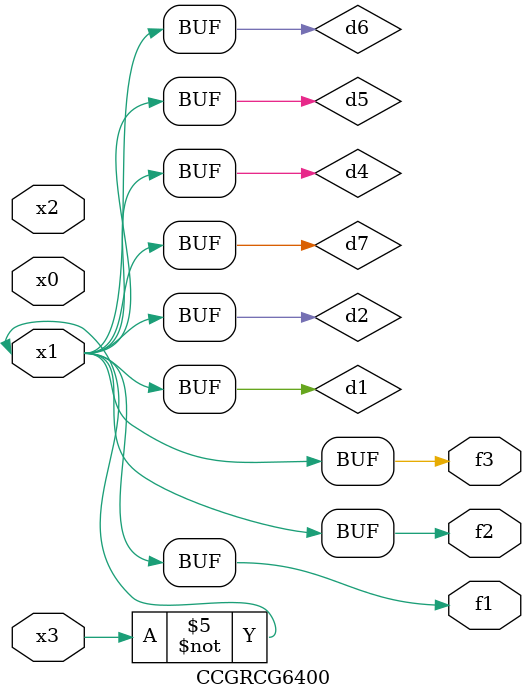
<source format=v>
module CCGRCG6400(
	input x0, x1, x2, x3,
	output f1, f2, f3
);

	wire d1, d2, d3, d4, d5, d6, d7;

	not (d1, x3);
	buf (d2, x1);
	xnor (d3, d1, d2);
	nor (d4, d1);
	buf (d5, d1, d2);
	buf (d6, d4, d5);
	nand (d7, d4);
	assign f1 = d6;
	assign f2 = d7;
	assign f3 = d6;
endmodule

</source>
